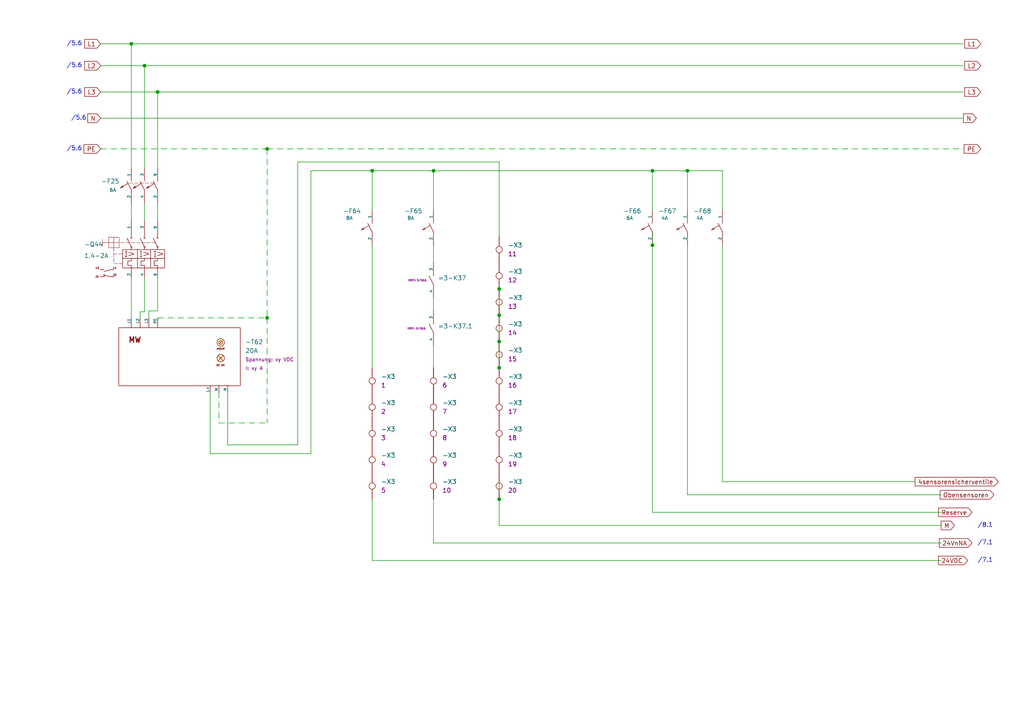
<source format=kicad_sch>
(kicad_sch (version 20250114) (generator "eeschema") (generator_version "9.0")
  (paper "A4")
  (title_block (comment 4 "1"))
  (lib_symbols
    (symbol "Verbinder_Standart_einfach_(X)_1" (pin_numbers (hide yes)) (pin_names (offset 0))
      (property "Reference" "-X" (at -4.572 2.794 0))
      (property "Nummer" "x" (at 3.048 3.048 0))
      (symbol "Verbinder_Standart_einfach_(X)_1_0_1"
        (polyline (pts (xy 0 1.27) (xy 0 1.016)))
        (circle (center 0 0) (radius 0.9158))
        (polyline (pts (xy 0 -1.27) (xy 0 -1.016)))
      )
      (symbol "Verbinder_Standart_einfach_(X)_1_1_1"
        (pin passive line (at 0 3.81 270) (length 2.54) (name "") (number ""))
        (pin passive line (at 0 -3.81 90) (length 2.54) (name "") (number ""))
      )
    )
    (symbol "Verbinder_Standart_einfach_(X)_10" (pin_numbers (hide yes)) (pin_names (offset 0))
      (property "Reference" "-X" (at -4.572 2.794 0))
      (property "Nummer" "x" (at 3.048 3.048 0))
      (symbol "Verbinder_Standart_einfach_(X)_10_0_1"
        (polyline (pts (xy 0 1.27) (xy 0 1.016)))
        (circle (center 0 0) (radius 0.9158))
        (polyline (pts (xy 0 -1.27) (xy 0 -1.016)))
      )
      (symbol "Verbinder_Standart_einfach_(X)_10_1_1"
        (pin passive line (at 0 3.81 270) (length 2.54) (name "") (number ""))
        (pin passive line (at 0 -3.81 90) (length 2.54) (name "") (number ""))
      )
    )
    (symbol "Verbinder_Standart_einfach_(X)_11" (pin_numbers (hide yes)) (pin_names (offset 0))
      (property "Reference" "-X" (at -4.572 2.794 0))
      (property "Nummer" "x" (at 3.048 3.048 0))
      (symbol "Verbinder_Standart_einfach_(X)_11_0_1"
        (polyline (pts (xy 0 1.27) (xy 0 1.016)))
        (circle (center 0 0) (radius 0.9158))
        (polyline (pts (xy 0 -1.27) (xy 0 -1.016)))
      )
      (symbol "Verbinder_Standart_einfach_(X)_11_1_1"
        (pin passive line (at 0 3.81 270) (length 2.54) (name "") (number ""))
        (pin passive line (at 0 -3.81 90) (length 2.54) (name "") (number ""))
      )
    )
    (symbol "Verbinder_Standart_einfach_(X)_12" (pin_numbers (hide yes)) (pin_names (offset 0))
      (property "Reference" "-X" (at -4.572 2.794 0))
      (property "Nummer" "x" (at 3.048 3.048 0))
      (symbol "Verbinder_Standart_einfach_(X)_12_0_1"
        (polyline (pts (xy 0 1.27) (xy 0 1.016)))
        (circle (center 0 0) (radius 0.9158))
        (polyline (pts (xy 0 -1.27) (xy 0 -1.016)))
      )
      (symbol "Verbinder_Standart_einfach_(X)_12_1_1"
        (pin passive line (at 0 3.81 270) (length 2.54) (name "") (number ""))
        (pin passive line (at 0 -3.81 90) (length 2.54) (name "") (number ""))
      )
    )
    (symbol "Verbinder_Standart_einfach_(X)_13" (pin_numbers (hide yes)) (pin_names (offset 0))
      (property "Reference" "-X" (at -4.572 2.794 0))
      (property "Nummer" "x" (at 3.048 3.048 0))
      (symbol "Verbinder_Standart_einfach_(X)_13_0_1"
        (polyline (pts (xy 0 1.27) (xy 0 1.016)))
        (circle (center 0 0) (radius 0.9158))
        (polyline (pts (xy 0 -1.27) (xy 0 -1.016)))
      )
      (symbol "Verbinder_Standart_einfach_(X)_13_1_1"
        (pin passive line (at 0 3.81 270) (length 2.54) (name "") (number ""))
        (pin passive line (at 0 -3.81 90) (length 2.54) (name "") (number ""))
      )
    )
    (symbol "Verbinder_Standart_einfach_(X)_14" (pin_numbers (hide yes)) (pin_names (offset 0))
      (property "Reference" "-X" (at -4.572 2.794 0))
      (property "Nummer" "x" (at 3.048 3.048 0))
      (symbol "Verbinder_Standart_einfach_(X)_14_0_1"
        (polyline (pts (xy 0 1.27) (xy 0 1.016)))
        (circle (center 0 0) (radius 0.9158))
        (polyline (pts (xy 0 -1.27) (xy 0 -1.016)))
      )
      (symbol "Verbinder_Standart_einfach_(X)_14_1_1"
        (pin passive line (at 0 3.81 270) (length 2.54) (name "") (number ""))
        (pin passive line (at 0 -3.81 90) (length 2.54) (name "") (number ""))
      )
    )
    (symbol "Verbinder_Standart_einfach_(X)_15" (pin_numbers (hide yes)) (pin_names (offset 0))
      (property "Reference" "-X" (at -4.572 2.794 0))
      (property "Nummer" "x" (at 3.048 3.048 0))
      (symbol "Verbinder_Standart_einfach_(X)_15_0_1"
        (polyline (pts (xy 0 1.27) (xy 0 1.016)))
        (circle (center 0 0) (radius 0.9158))
        (polyline (pts (xy 0 -1.27) (xy 0 -1.016)))
      )
      (symbol "Verbinder_Standart_einfach_(X)_15_1_1"
        (pin passive line (at 0 3.81 270) (length 2.54) (name "") (number ""))
        (pin passive line (at 0 -3.81 90) (length 2.54) (name "") (number ""))
      )
    )
    (symbol "Verbinder_Standart_einfach_(X)_16" (pin_numbers (hide yes)) (pin_names (offset 0))
      (property "Reference" "-X" (at -4.572 2.794 0))
      (property "Nummer" "x" (at 3.048 3.048 0))
      (symbol "Verbinder_Standart_einfach_(X)_16_0_1"
        (polyline (pts (xy 0 1.27) (xy 0 1.016)))
        (circle (center 0 0) (radius 0.9158))
        (polyline (pts (xy 0 -1.27) (xy 0 -1.016)))
      )
      (symbol "Verbinder_Standart_einfach_(X)_16_1_1"
        (pin passive line (at 0 3.81 270) (length 2.54) (name "") (number ""))
        (pin passive line (at 0 -3.81 90) (length 2.54) (name "") (number ""))
      )
    )
    (symbol "Verbinder_Standart_einfach_(X)_17" (pin_numbers (hide yes)) (pin_names (offset 0))
      (property "Reference" "-X" (at -4.572 2.794 0))
      (property "Nummer" "x" (at 3.048 3.048 0))
      (symbol "Verbinder_Standart_einfach_(X)_17_0_1"
        (polyline (pts (xy 0 1.27) (xy 0 1.016)))
        (circle (center 0 0) (radius 0.9158))
        (polyline (pts (xy 0 -1.27) (xy 0 -1.016)))
      )
      (symbol "Verbinder_Standart_einfach_(X)_17_1_1"
        (pin passive line (at 0 3.81 270) (length 2.54) (name "") (number ""))
        (pin passive line (at 0 -3.81 90) (length 2.54) (name "") (number ""))
      )
    )
    (symbol "Verbinder_Standart_einfach_(X)_18" (pin_numbers (hide yes)) (pin_names (offset 0))
      (property "Reference" "-X" (at -4.572 2.794 0))
      (property "Nummer" "x" (at 3.048 3.048 0))
      (symbol "Verbinder_Standart_einfach_(X)_18_0_1"
        (polyline (pts (xy 0 1.27) (xy 0 1.016)))
        (circle (center 0 0) (radius 0.9158))
        (polyline (pts (xy 0 -1.27) (xy 0 -1.016)))
      )
      (symbol "Verbinder_Standart_einfach_(X)_18_1_1"
        (pin passive line (at 0 3.81 270) (length 2.54) (name "") (number ""))
        (pin passive line (at 0 -3.81 90) (length 2.54) (name "") (number ""))
      )
    )
    (symbol "Verbinder_Standart_einfach_(X)_19" (pin_numbers (hide yes)) (pin_names (offset 0))
      (property "Reference" "-X" (at -4.572 2.794 0))
      (property "Nummer" "x" (at 3.048 3.048 0))
      (symbol "Verbinder_Standart_einfach_(X)_19_0_1"
        (polyline (pts (xy 0 1.27) (xy 0 1.016)))
        (circle (center 0 0) (radius 0.9158))
        (polyline (pts (xy 0 -1.27) (xy 0 -1.016)))
      )
      (symbol "Verbinder_Standart_einfach_(X)_19_1_1"
        (pin passive line (at 0 3.81 270) (length 2.54) (name "") (number ""))
        (pin passive line (at 0 -3.81 90) (length 2.54) (name "") (number ""))
      )
    )
    (symbol "Verbinder_Standart_einfach_(X)_2" (pin_numbers (hide yes)) (pin_names (offset 0))
      (property "Reference" "-X" (at -4.572 2.794 0))
      (property "Nummer" "x" (at 3.048 3.048 0))
      (symbol "Verbinder_Standart_einfach_(X)_2_0_1"
        (polyline (pts (xy 0 1.27) (xy 0 1.016)))
        (circle (center 0 0) (radius 0.9158))
        (polyline (pts (xy 0 -1.27) (xy 0 -1.016)))
      )
      (symbol "Verbinder_Standart_einfach_(X)_2_1_1"
        (pin passive line (at 0 3.81 270) (length 2.54) (name "") (number ""))
        (pin passive line (at 0 -3.81 90) (length 2.54) (name "") (number ""))
      )
    )
    (symbol "Verbinder_Standart_einfach_(X)_20" (pin_numbers (hide yes)) (pin_names (offset 0))
      (property "Reference" "-X" (at -4.572 2.794 0))
      (property "Nummer" "x" (at 3.048 3.048 0))
      (symbol "Verbinder_Standart_einfach_(X)_20_0_1"
        (polyline (pts (xy 0 1.27) (xy 0 1.016)))
        (circle (center 0 0) (radius 0.9158))
        (polyline (pts (xy 0 -1.27) (xy 0 -1.016)))
      )
      (symbol "Verbinder_Standart_einfach_(X)_20_1_1"
        (pin passive line (at 0 3.81 270) (length 2.54) (name "") (number ""))
        (pin passive line (at 0 -3.81 90) (length 2.54) (name "") (number ""))
      )
    )
    (symbol "Verbinder_Standart_einfach_(X)_21" (pin_numbers (hide yes)) (pin_names (offset 0))
      (property "Reference" "-X" (at -4.572 2.794 0))
      (property "Nummer" "x" (at 3.048 3.048 0))
      (symbol "Verbinder_Standart_einfach_(X)_21_0_1"
        (polyline (pts (xy 0 1.27) (xy 0 1.016)))
        (circle (center 0 0) (radius 0.9158))
        (polyline (pts (xy 0 -1.27) (xy 0 -1.016)))
      )
      (symbol "Verbinder_Standart_einfach_(X)_21_1_1"
        (pin passive line (at 0 3.81 270) (length 2.54) (name "") (number ""))
        (pin passive line (at 0 -3.81 90) (length 2.54) (name "") (number ""))
      )
    )
    (symbol "Verbinder_Standart_einfach_(X)_22" (pin_numbers (hide yes)) (pin_names (offset 0))
      (property "Reference" "-X" (at -4.572 2.794 0))
      (property "Nummer" "x" (at 3.048 3.048 0))
      (symbol "Verbinder_Standart_einfach_(X)_22_0_1"
        (polyline (pts (xy 0 1.27) (xy 0 1.016)))
        (circle (center 0 0) (radius 0.9158))
        (polyline (pts (xy 0 -1.27) (xy 0 -1.016)))
      )
      (symbol "Verbinder_Standart_einfach_(X)_22_1_1"
        (pin passive line (at 0 3.81 270) (length 2.54) (name "") (number ""))
        (pin passive line (at 0 -3.81 90) (length 2.54) (name "") (number ""))
      )
    )
    (symbol "Verbinder_Standart_einfach_(X)_23" (pin_numbers (hide yes)) (pin_names (offset 0))
      (property "Reference" "-X" (at -4.572 2.794 0))
      (property "Nummer" "x" (at 3.048 3.048 0))
      (symbol "Verbinder_Standart_einfach_(X)_23_0_1"
        (polyline (pts (xy 0 1.27) (xy 0 1.016)))
        (circle (center 0 0) (radius 0.9158))
        (polyline (pts (xy 0 -1.27) (xy 0 -1.016)))
      )
      (symbol "Verbinder_Standart_einfach_(X)_23_1_1"
        (pin passive line (at 0 3.81 270) (length 2.54) (name "") (number ""))
        (pin passive line (at 0 -3.81 90) (length 2.54) (name "") (number ""))
      )
    )
    (symbol "Verbinder_Standart_einfach_(X)_24" (pin_numbers (hide yes)) (pin_names (offset 0))
      (property "Reference" "-X" (at -4.572 2.794 0))
      (property "Nummer" "x" (at 3.048 3.048 0))
      (symbol "Verbinder_Standart_einfach_(X)_24_0_1"
        (polyline (pts (xy 0 1.27) (xy 0 1.016)))
        (circle (center 0 0) (radius 0.9158))
        (polyline (pts (xy 0 -1.27) (xy 0 -1.016)))
      )
      (symbol "Verbinder_Standart_einfach_(X)_24_1_1"
        (pin passive line (at 0 3.81 270) (length 2.54) (name "") (number ""))
        (pin passive line (at 0 -3.81 90) (length 2.54) (name "") (number ""))
      )
    )
    (symbol "Verbinder_Standart_einfach_(X)_3" (pin_numbers (hide yes)) (pin_names (offset 0))
      (property "Reference" "-X" (at -4.572 2.794 0))
      (property "Nummer" "x" (at 3.048 3.048 0))
      (symbol "Verbinder_Standart_einfach_(X)_3_0_1"
        (polyline (pts (xy 0 1.27) (xy 0 1.016)))
        (circle (center 0 0) (radius 0.9158))
        (polyline (pts (xy 0 -1.27) (xy 0 -1.016)))
      )
      (symbol "Verbinder_Standart_einfach_(X)_3_1_1"
        (pin passive line (at 0 3.81 270) (length 2.54) (name "") (number ""))
        (pin passive line (at 0 -3.81 90) (length 2.54) (name "") (number ""))
      )
    )
    (symbol "Verbinder_Standart_einfach_(X)_4" (pin_numbers (hide yes)) (pin_names (offset 0))
      (property "Reference" "-X" (at -4.572 2.794 0))
      (property "Nummer" "x" (at 3.048 3.048 0))
      (symbol "Verbinder_Standart_einfach_(X)_4_0_1"
        (polyline (pts (xy 0 1.27) (xy 0 1.016)))
        (circle (center 0 0) (radius 0.9158))
        (polyline (pts (xy 0 -1.27) (xy 0 -1.016)))
      )
      (symbol "Verbinder_Standart_einfach_(X)_4_1_1"
        (pin passive line (at 0 3.81 270) (length 2.54) (name "") (number ""))
        (pin passive line (at 0 -3.81 90) (length 2.54) (name "") (number ""))
      )
    )
    (symbol "devices:Power-Supply_allpolig_(T)" (pin_numbers (hide yes)) (pin_names (offset 0)) (on_board no)
      (property "Reference" "-T" (at -21.082 9.652 0))
      (property "Spannung" "xy VDC" (at -8.382 -2.286 0) (show_name))
      (property "I" "xy A" (at -12.7 -4.064 0) (show_name))
      (symbol "Power-Supply_allpolig_(T)_0_1"
        (rectangle (start -17.6212 8.5724) (end 17.6213 -8.2549))
        (polyline (pts (xy -13.97 9.652) (xy -13.97 8.636)))
        (polyline (pts (xy -11.43 9.652) (xy -11.43 8.636)))
        (polyline (pts (xy -8.89 9.652) (xy -8.89 8.636)))
        (polyline (pts (xy -6.35 9.652) (xy -6.35 8.636)))
      )
      (symbol "Power-Supply_allpolig_(T)_1_1"
        (polyline (pts (xy 11.176 0.508) (xy 12.7 -1.016)))
        (polyline (pts (xy 11.176 -1.016) (xy 12.7 0.508)))
        (polyline (pts (xy 11.684 4.064) (xy 12.192 4.572)))
        (circle (center 11.938 4.318) (radius 0.568))
        (circle (center 11.938 4.318) (radius 1.0776) (fill (type background)))
        (circle (center 11.938 -0.254) (radius 1.0776) (fill (type background)))
        (text "MW" (at -12.954 5.08 0) (effects (font (size 1.524 1.524) (thickness 0.3048) (bold yes))))
        (text "adjust" (at 11.938 2.54 0) (effects (font (size 0.508 0.508))))
        (text "DC OK" (at 11.938 -2.286 0) (effects (font (size 0.508 0.508))))
        (pin passive line (at -13.97 11.43 270) (length 1.778) (name "L1") (number "L1"))
        (pin passive line (at -11.43 11.43 270) (length 1.778) (name "L2") (number "L2"))
        (pin passive line (at -8.89 11.43 270) (length 1.778) (name "L3") (number "L3"))
        (pin passive line (at -6.35 11.43 270) (length 1.778) (name "PE") (number "PE"))
        (pin passive line (at 8.89 -10.16 90) (length 1.778) (name "L+") (number "L+"))
        (pin passive line (at 11.43 -10.16 90) (length 1.778) (name "M") (number "M"))
        (pin passive line (at 13.97 -10.16 90) (length 1.778) (name "M") (number "M"))
      )
    )
    (symbol "standart:Relais_(K)_NO" (pin_numbers (hide yes)) (pin_names (offset 0))
      (property "Reference" "-K" (at -4.318 4.318 0))
      (symbol "Relais_(K)_NO_0_1"
        (polyline (pts (xy 0 1.27) (xy 0 1.27)))
        (polyline (pts (xy 0 -1.27) (xy -1.27 1.27)))
      )
      (symbol "Relais_(K)_NO_1_1"
        (pin passive line (at 0 5.08 270) (length 3.81) (name "3") (number "3"))
        (pin passive line (at 0 -5.08 90) (length 3.81) (name "4") (number "4"))
      )
    )
    (symbol "standart:Schalter_LS_(F)" (pin_numbers (hide yes)) (pin_names (offset 0))
      (property "Reference" "-F" (at -5.842 3.556 0))
      (property "Value" "A" (at -6.604 1.524 0))
      (symbol "Schalter_LS_(F)_0_1"
        (polyline (pts (xy -3.1577 -1.8949) (xy -3.1577 -1.8949)))
        (polyline (pts (xy 0 0) (xy 0 0)))
        (polyline (pts (xy 0 -2.54) (xy -1.27 0)))
      )
      (symbol "Schalter_LS_(F)_1_1"
        (polyline (pts (xy -3.175 -1.905) (xy -2.54 -1.27)) (stroke (width 0.127)))
        (polyline (pts (xy -3.175 -1.905) (xy -2.3014 -1.67)) (stroke (width 0.127)))
        (polyline (pts (xy -0.9505 -0.6011) (xy -3.175 -1.905)) (stroke (width 0.127)))
        (pin passive line (at 0 3.81 270) (length 3.81) (name "1") (number "1"))
        (pin passive line (at 0 -6.35 90) (length 3.81) (name "2") (number "2"))
      )
    )
    (symbol "standart:Schalter_LS_allpolig_(F)" (pin_numbers (hide yes)) (pin_names (offset 0))
      (property "Reference" "-F" (at -5.842 3.556 0))
      (property "Value" "A" (at -6.604 1.524 0))
      (symbol "Schalter_LS_allpolig_(F)_0_1"
        (polyline (pts (xy -3.175 -1.905) (xy -2.54 -1.27)))
        (polyline (pts (xy -3.175 -1.905) (xy -2.3014 -1.67)))
        (polyline (pts (xy -3.1577 -1.8949) (xy -3.1577 -1.8949)))
        (polyline (pts (xy -0.9505 -0.6011) (xy -3.175 -1.905)))
        (polyline (pts (xy 0 0) (xy 0 0)))
        (polyline (pts (xy 0 -2.54) (xy -1.27 0)))
        (polyline (pts (xy 0.508 -2.032) (xy 1.143 -1.397)))
        (polyline (pts (xy 0.508 -2.032) (xy 1.3816 -1.797)))
        (polyline (pts (xy 0.5253 -2.0219) (xy 0.5253 -2.0219)))
        (polyline (pts (xy 2.7325 -0.7281) (xy 0.508 -2.032)))
        (polyline (pts (xy 3.81 0) (xy 3.81 0)))
        (polyline (pts (xy 3.81 -2.54) (xy 2.54 0)))
        (polyline (pts (xy 4.318 -2.032) (xy 4.953 -1.397)))
        (polyline (pts (xy 4.318 -2.032) (xy 5.1916 -1.797)))
        (polyline (pts (xy 4.3353 -2.0219) (xy 4.3353 -2.0219)))
        (polyline (pts (xy 6.5425 -0.7281) (xy 4.318 -2.032)))
        (polyline (pts (xy 7.62 0) (xy 7.62 0)))
        (polyline (pts (xy 7.62 -2.54) (xy 6.35 0)))
      )
      (symbol "Schalter_LS_allpolig_(F)_1_1"
        (polyline (pts (xy 6.604 -0.508) (xy -1.016 -0.508)) (stroke (width 0.1016) (type dash)))
        (pin passive line (at 0 3.81 270) (length 3.81) (name "1") (number "1"))
        (pin passive line (at 0 -6.35 90) (length 3.81) (name "2") (number "2"))
        (pin passive line (at 3.81 3.81 270) (length 3.81) (name "3") (number "3"))
        (pin passive line (at 3.81 -6.35 90) (length 3.81) (name "4") (number "4"))
        (pin passive line (at 7.62 3.81 270) (length 3.81) (name "5") (number "5"))
        (pin passive line (at 7.62 -6.35 90) (length 3.81) (name "2") (number "2"))
      )
    )
    (symbol "standart:Schalter_MS_(Q)_1-6" (pin_numbers (hide yes)) (pin_names (offset 0))
      (property "Reference" "-Q" (at -10.16 8.128 0))
      (symbol "Schalter_MS_(Q)_1-6_0_1"
        (polyline (pts (xy -12.954 -6.096) (xy -11.684 -6.096) (xy -11.684 -5.334)))
        (polyline (pts (xy -11.938 -5.588) (xy -9.906 -6.096)))
        (polyline (pts (xy -11.684 -4.064) (xy -12.954 -4.064)))
        (polyline (pts (xy -9.906 -6.096) (xy -8.89 -6.096)))
        (polyline (pts (xy -8.89 -4.064) (xy -9.906 -4.064) (xy -11.684 -4.572)))
        (rectangle (start -6.35 1.778) (end 5.842 -3.556))
        (polyline (pts (xy -5.588 1.27) (xy -5.08 1.27)))
        (polyline (pts (xy -5.588 -0.254) (xy -5.08 -0.254)))
        (polyline (pts (xy -5.334 1.27) (xy -5.334 -0.254)))
        (polyline (pts (xy -4.572 1.016) (xy -3.048 0.508) (xy -4.572 0)))
        (polyline (pts (xy -4.064 5.08) (xy -3.556 5.08)))
        (polyline (pts (xy -4.064 2.54) (xy -3.556 2.54)))
        (polyline (pts (xy -3.81 6.35) (xy -3.81 5.08)))
        (polyline (pts (xy -3.81 5.08) (xy -3.81 5.08)))
        (polyline (pts (xy -3.81 2.54) (xy -5.08 5.08)))
        (polyline (pts (xy -3.81 2.54) (xy -3.81 1.778)))
        (polyline (pts (xy -3.81 -0.762) (xy -3.81 -1.524) (xy -4.826 -1.524) (xy -4.826 -2.794) (xy -3.81 -2.794) (xy -3.81 -3.556)))
        (polyline (pts (xy -3.81 -4.572) (xy -3.81 -3.556)))
        (polyline (pts (xy -2.032 1.778) (xy -2.032 -3.556)))
        (polyline (pts (xy -1.27 1.27) (xy -0.762 1.27)))
        (polyline (pts (xy -1.27 -0.254) (xy -0.762 -0.254)))
        (polyline (pts (xy -1.016 1.27) (xy -1.016 -0.254)))
        (polyline (pts (xy -0.254 5.08) (xy 0.254 5.08)))
        (polyline (pts (xy -0.254 2.54) (xy 0.254 2.54)))
        (polyline (pts (xy -0.254 1.016) (xy 1.27 0.508) (xy -0.254 0)))
        (polyline (pts (xy 0 6.35) (xy 0 5.08)))
        (polyline (pts (xy 0 5.08) (xy 0 5.08)))
        (polyline (pts (xy 0 2.54) (xy -1.27 5.08)))
        (polyline (pts (xy 0 2.54) (xy 0 1.778)))
        (polyline (pts (xy 0 -0.762) (xy 0 -1.524) (xy -1.016 -1.524) (xy -1.016 -2.794) (xy 0 -2.794) (xy 0 -3.556)))
        (polyline (pts (xy 0 -3.556) (xy 0 -4.572)))
        (polyline (pts (xy 1.778 1.651) (xy 1.778 -3.556)))
        (polyline (pts (xy 2.794 1.27) (xy 3.302 1.27)))
        (polyline (pts (xy 2.794 -0.254) (xy 3.302 -0.254)))
        (polyline (pts (xy 3.048 1.27) (xy 3.048 -0.254)))
        (polyline (pts (xy 3.556 5.08) (xy 4.064 5.08)))
        (polyline (pts (xy 3.556 2.54) (xy 4.064 2.54)))
        (polyline (pts (xy 3.81 6.35) (xy 3.81 5.08)))
        (polyline (pts (xy 3.81 5.08) (xy 3.81 5.08)))
        (polyline (pts (xy 3.81 2.54) (xy 2.54 5.08)))
        (polyline (pts (xy 3.81 2.54) (xy 3.81 1.778)))
        (polyline (pts (xy 3.81 1.016) (xy 5.334 0.508) (xy 3.81 0)))
        (polyline (pts (xy 3.81 -0.762) (xy 3.81 -1.524) (xy 2.794 -1.524) (xy 2.794 -2.794) (xy 3.81 -2.794) (xy 3.81 -3.556)))
        (polyline (pts (xy 3.81 -3.556) (xy 3.81 -4.572)))
        (polyline (pts (xy 5.842 -0.762) (xy -6.35 -0.762)))
      )
      (symbol "Schalter_MS_(Q)_1-6_1_1"
        (polyline (pts (xy -12.192 3.81) (xy -12.192 2.794)) (stroke (width 0.1016)))
        (rectangle (start -10.414 5.334) (end -7.366 2.286) (stroke (width 0.1016)))
        (polyline (pts (xy -8.89 2.286) (xy -8.89 5.334)) (stroke (width 0.1016)))
        (polyline (pts (xy -8.89 2.286) (xy -8.89 -2.286) (xy -6.35 -2.286)) (stroke (width 0.1016) (type dash)))
        (polyline (pts (xy -7.366 3.81) (xy -12.192 3.81) (xy -12.192 4.826)) (stroke (width 0.1016)))
        (polyline (pts (xy -6.35 0.508) (xy -8.89 0.508)) (stroke (width 0.1016) (type dash)))
        (polyline (pts (xy 3.302 3.81) (xy -7.112 3.81)) (stroke (width 0.1016) (type dash)))
        (text "13" (at -13.716 -3.556 0) (effects (font (size 0.508 0.508))))
        (text "21" (at -13.716 -6.096 0) (effects (font (size 0.508 0.508))))
        (text "14" (at -8.636 -3.556 0) (effects (font (size 0.508 0.508))))
        (text "22" (at -8.636 -5.588 0) (effects (font (size 0.508 0.508))))
        (pin passive line (at -3.81 10.16 270) (length 3.81) (name "1") (number "1"))
        (pin passive line (at -3.81 -6.35 90) (length 1.778) (name "2") (number "2"))
        (pin passive line (at 0 10.16 270) (length 3.81) (name "3") (number "3"))
        (pin passive line (at 0 -6.35 90) (length 1.778) (name "4") (number "4"))
        (pin passive line (at 3.81 10.16 270) (length 3.81) (name "5") (number "5"))
        (pin passive line (at 3.81 -6.35 90) (length 1.778) (name "6") (number "6"))
      )
    )
    (symbol "standart:Verbinder_Standart_einfach_(X)" (pin_numbers (hide yes)) (pin_names (offset 0))
      (property "Reference" "-X" (at -4.572 2.794 0))
      (property "Nummer" "x" (at 3.048 3.048 0))
      (symbol "Verbinder_Standart_einfach_(X)_0_1"
        (polyline (pts (xy 0 1.27) (xy 0 1.016)))
        (circle (center 0 0) (radius 0.9158))
        (polyline (pts (xy 0 -1.27) (xy 0 -1.016)))
      )
      (symbol "Verbinder_Standart_einfach_(X)_1_1"
        (pin passive line (at 0 3.81 270) (length 2.54) (name "") (number ""))
        (pin passive line (at 0 -3.81 90) (length 2.54) (name "") (number ""))
      )
    )
  )
  (text "/7.1" (at 285.75 157.48 0) (effects (font (size 1.27 1.27))))
  (text "/5.6" (at 22.86 34.29 0) (effects (font (size 1.27 1.27))))
  (text "/8.1\n" (at 285.75 152.4 0) (effects (font (size 1.27 1.27))))
  (text "/5.6" (at 21.59 19.05 0) (effects (font (size 1.27 1.27))))
  (text "/5.6" (at 21.59 26.67 0) (effects (font (size 1.27 1.27))))
  (text "/5.6" (at 21.59 12.7 0) (effects (font (size 1.27 1.27))))
  (text "/5.6" (at 21.59 43.18 0) (effects (font (size 1.27 1.27))))
  (text "/7.1" (at 285.75 162.56 0) (effects (font (size 1.27 1.27))))
  (junction (at 77.47 43.18))
  (junction (at 144.78 106.68))
  (junction (at 189.23 71.12))
  (junction (at 144.78 144.78))
  (junction (at 189.23 49.53))
  (junction (at 144.78 91.44))
  (junction (at 144.78 83.82))
  (junction (at 38.1 12.7))
  (junction (at 144.78 99.06))
  (junction (at 199.39 49.53))
  (junction (at 125.73 49.53))
  (junction (at 77.47 92.202))
  (junction (at 45.72 26.67))
  (junction (at 41.91 19.05))
  (junction (at 107.95 49.53))
  (wire (pts (xy 45.72 26.67) (xy 45.72 48.768)))
  (wire (pts (xy 189.23 148.59) (xy 273.05 148.59)))
  (wire (pts (xy 107.95 49.53) (xy 107.95 60.96)))
  (wire (pts (xy 43.18 90.17) (xy 45.72 90.17)))
  (wire (pts (xy 45.72 92.202) (xy 77.47 92.202)) (stroke (width 0) (type dash_dot)))
  (wire (pts (xy 29.21 12.7) (xy 38.1 12.7)))
  (wire (pts (xy 90.17 49.53) (xy 90.17 131.572)))
  (wire (pts (xy 209.55 49.53) (xy 209.55 60.96)))
  (wire (pts (xy 86.36 46.99) (xy 144.78 46.99)))
  (wire (pts (xy 199.39 71.12) (xy 199.39 143.51)))
  (wire (pts (xy 45.72 80.518) (xy 45.72 90.17)))
  (wire (pts (xy 77.47 92.202) (xy 77.47 122.682)) (stroke (width 0) (type dash_dot)))
  (wire (pts (xy 189.23 49.53) (xy 189.23 60.96)))
  (wire (pts (xy 66.04 129.032) (xy 86.36 129.032)))
  (wire (pts (xy 38.1 12.7) (xy 279.4 12.7)))
  (wire (pts (xy 40.64 90.424) (xy 41.91 90.424)))
  (wire (pts (xy 60.96 131.572) (xy 90.17 131.572)))
  (wire (pts (xy 107.95 106.68) (xy 107.95 71.12)))
  (wire (pts (xy 41.91 80.518) (xy 41.91 90.424)))
  (wire (pts (xy 29.21 19.05) (xy 41.91 19.05)))
  (wire (pts (xy 144.78 139.7) (xy 144.78 144.78)))
  (wire (pts (xy 29.21 43.18) (xy 77.47 43.18)) (stroke (width 0) (type dash_dot)))
  (wire (pts (xy 144.78 46.99) (xy 144.78 68.58)))
  (wire (pts (xy 144.78 106.68) (xy 144.78 107.95)))
  (wire (pts (xy 77.47 43.18) (xy 279.4 43.18)) (stroke (width 0) (type dash_dot)))
  (wire (pts (xy 77.47 43.18) (xy 77.47 92.202)) (stroke (width 0) (type dash_dot)))
  (wire (pts (xy 144.78 83.82) (xy 144.78 91.44)))
  (wire (pts (xy 125.73 49.53) (xy 125.73 60.96)))
  (wire (pts (xy 29.21 34.29) (xy 279.4 34.29)))
  (wire (pts (xy 144.78 144.78) (xy 144.78 152.4)))
  (wire (pts (xy 107.95 49.53) (xy 125.73 49.53)))
  (wire (pts (xy 63.5 113.792) (xy 63.5 122.682)) (stroke (width 0) (type dash_dot)))
  (wire (pts (xy 209.55 71.12) (xy 209.55 139.7)))
  (wire (pts (xy 66.04 113.792) (xy 66.04 129.032)))
  (wire (pts (xy 125.73 90.17) (xy 125.73 86.36)))
  (wire (pts (xy 189.23 71.12) (xy 189.23 148.59)))
  (wire (pts (xy 209.55 139.7) (xy 265.43 139.7)))
  (wire (pts (xy 125.73 157.48) (xy 273.05 157.48)))
  (wire (pts (xy 38.1 80.518) (xy 38.1 92.202)))
  (wire (pts (xy 125.73 144.78) (xy 125.73 157.48)))
  (wire (pts (xy 41.91 58.928) (xy 41.91 64.008)))
  (wire (pts (xy 38.1 58.928) (xy 38.1 64.008)))
  (wire (pts (xy 86.36 46.99) (xy 86.36 129.032)))
  (wire (pts (xy 199.39 49.53) (xy 199.39 60.96)))
  (wire (pts (xy 63.5 122.682) (xy 77.47 122.682)) (stroke (width 0) (type dash_dot)))
  (wire (pts (xy 107.95 162.56) (xy 273.05 162.56)))
  (wire (pts (xy 144.78 152.4) (xy 273.05 152.4)))
  (wire (pts (xy 144.78 91.44) (xy 144.78 99.06)))
  (wire (pts (xy 41.91 19.05) (xy 41.91 48.768)))
  (wire (pts (xy 189.23 67.31) (xy 189.23 71.12)))
  (wire (pts (xy 41.91 19.05) (xy 279.4 19.05)))
  (wire (pts (xy 38.1 12.7) (xy 38.1 48.768)))
  (wire (pts (xy 45.72 58.928) (xy 45.72 64.008)))
  (wire (pts (xy 43.18 90.17) (xy 43.18 92.202)))
  (wire (pts (xy 144.78 99.06) (xy 144.78 106.68)))
  (wire (pts (xy 125.73 100.33) (xy 125.73 106.68)))
  (wire (pts (xy 40.64 90.424) (xy 40.64 92.202)))
  (wire (pts (xy 189.23 49.53) (xy 199.39 49.53)))
  (wire (pts (xy 125.73 49.53) (xy 189.23 49.53)))
  (wire (pts (xy 125.73 71.12) (xy 125.73 76.2)))
  (wire (pts (xy 45.72 26.67) (xy 279.4 26.67)))
  (wire (pts (xy 60.96 113.792) (xy 60.96 131.572)))
  (wire (pts (xy 29.21 26.67) (xy 45.72 26.67)))
  (wire (pts (xy 90.17 49.53) (xy 107.95 49.53)))
  (wire (pts (xy 199.39 49.53) (xy 209.55 49.53)))
  (wire (pts (xy 107.95 144.78) (xy 107.95 162.56)))
  (wire (pts (xy 199.39 143.51) (xy 273.05 143.51)))
  (global_label "24VDC" (shape input) (at 280.67 162.56 180) (property "Intersheetrefs" "${INTERSHEET_REFS}" (effects (hide yes))))
  (global_label "Reserve" (shape input) (at 281.94 148.59 180) (property "Intersheetrefs" "${INTERSHEET_REFS}" (effects (hide yes))))
  (global_label "L3" (shape input) (at 29.21 26.67 180) (property "Intersheetrefs" "${INTERSHEET_REFS}" (effects (hide yes))))
  (global_label "24VnNA" (shape input) (at 281.94 157.48 180) (property "Intersheetrefs" "${INTERSHEET_REFS}" (effects (hide yes))))
  (global_label "Obensensoren" (shape input) (at 288.29 143.51 180) (property "Intersheetrefs" "${INTERSHEET_REFS}" (effects (hide yes))))
  (global_label "M" (shape input) (at 276.86 152.4 180) (property "Intersheetrefs" "${INTERSHEET_REFS}" (effects (hide yes))))
  (global_label "L2" (shape input) (at 29.21 19.05 180) (property "Intersheetrefs" "${INTERSHEET_REFS}" (effects (hide yes))))
  (global_label "N" (shape input) (at 29.21 34.29 180) (property "Intersheetrefs" "${INTERSHEET_REFS}" (effects (hide yes))))
  (global_label "4sensorensicherventile" (shape input) (at 289.56 139.7 180) (property "Intersheetrefs" "${INTERSHEET_REFS}" (effects (hide yes))))
  (global_label "PE" (shape input) (at 29.21 43.18 180) (property "Intersheetrefs" "${INTERSHEET_REFS}" (effects (hide yes))))
  (global_label "L3" (shape input) (at 284.48 26.67 180) (property "Intersheetrefs" "${INTERSHEET_REFS}" (effects (hide yes))))
  (global_label "N" (shape input) (at 283.21 34.29 180) (property "Intersheetrefs" "${INTERSHEET_REFS}" (effects (hide yes))))
  (global_label "L2" (shape input) (at 284.48 19.05 180) (property "Intersheetrefs" "${INTERSHEET_REFS}" (effects (hide yes))))
  (global_label "PE" (shape input) (at 284.48 43.18 180) (property "Intersheetrefs" "${INTERSHEET_REFS}" (effects (hide yes))))
  (global_label "L1" (shape input) (at 284.48 12.7 180) (property "Intersheetrefs" "${INTERSHEET_REFS}" (effects (hide yes))))
  (global_label "L1" (shape input) (at 29.21 12.7 180) (property "Intersheetrefs" "${INTERSHEET_REFS}" (effects (hide yes))))
  (symbol (lib_id "devices:Power-Supply_allpolig_(T)") (at 52.07 103.632 0) (unit 1) (on_board no)
    (property "Reference" "-T62" (at 71.12 99.1869 0) (effects (justify left)))
    (property "Value" "20A" (at 71.12 101.7269 0) (effects (justify left)))
    (property "Description" "Netztrafo" (effects (hide yes)))
    (property "Spannung" "xy VDC" (at 71.12 104.2669 0) (show_name yes) (effects (font (size 1.016 1.016)) (justify left)))
    (property "I" "xy A" (at 71.12 106.8069 0) (show_name yes) (effects (font (size 1.016 1.016)) (justify left)))
  )
  (symbol (lib_name "Verbinder_Standart_einfach_(X)_4") (lib_id "standart:Verbinder_Standart_einfach_(X)") (at 107.95 140.97 0) (unit 1)
    (property "Reference" "-X3" (at 110.49 139.6999 0) (effects (justify left)))
    (property "Nummer" "5" (at 110.49 142.2399 0) (effects (justify left)))
  )
  (symbol (lib_name "Verbinder_Standart_einfach_(X)_11") (lib_id "standart:Verbinder_Standart_einfach_(X)") (at 125.73 118.11 0) (unit 1)
    (property "Reference" "-X3" (at 128.27 116.8399 0) (effects (justify left)))
    (property "Nummer" "7" (at 128.27 119.3799 0) (effects (justify left)))
  )
  (symbol (lib_id "standart:Schalter_LS_allpolig_(F)") (at 38.1 52.578 0) (unit 1)
    (property "Reference" "-F25" (at 32.004 52.578 0))
    (property "Value" "6A" (at 32.766 55.118 0) (effects (font (size 1.016 1.016))))
  )
  (symbol (lib_id "standart:Relais_(K)_NO") (at 125.73 95.25 0) (unit 1)
    (property "Reference" "=3-K37.1" (at 127 94.6149 0) (effects (justify left)))
    (property "XREF" "3/10.5" (at 118.11 95.25 0) (show_name yes) (effects (font (size 0.508 0.508)) (justify left)))
  )
  (symbol (lib_name "Verbinder_Standart_einfach_(X)_13") (lib_id "standart:Verbinder_Standart_einfach_(X)") (at 125.73 133.35 0) (unit 1)
    (property "Reference" "-X3" (at 128.27 132.0799 0) (effects (justify left)))
    (property "Nummer" "9" (at 128.27 134.6199 0) (effects (justify left)))
  )
  (symbol (lib_name "Verbinder_Standart_einfach_(X)_12") (lib_id "standart:Verbinder_Standart_einfach_(X)") (at 125.73 125.73 0) (unit 1)
    (property "Reference" "-X3" (at 128.27 124.4599 0) (effects (justify left)))
    (property "Nummer" "8" (at 128.27 126.9999 0) (effects (justify left)))
  )
  (symbol (lib_name "Verbinder_Standart_einfach_(X)_21") (lib_id "standart:Verbinder_Standart_einfach_(X)") (at 144.78 72.39 0) (unit 1)
    (property "Reference" "-X3" (at 147.32 71.1199 0) (effects (justify left)))
    (property "Nummer" "11" (at 147.32 73.6599 0) (effects (justify left)))
  )
  (symbol (lib_name "Verbinder_Standart_einfach_(X)_19") (lib_id "standart:Verbinder_Standart_einfach_(X)") (at 144.78 140.97 0) (unit 1)
    (property "Reference" "-X3" (at 147.32 139.6999 0) (effects (justify left)))
    (property "Nummer" "20" (at 147.32 142.2399 0) (effects (justify left)))
  )
  (symbol (lib_name "Verbinder_Standart_einfach_(X)_16") (lib_id "standart:Verbinder_Standart_einfach_(X)") (at 144.78 110.49 0) (unit 1)
    (property "Reference" "-X3" (at 147.32 109.2199 0) (effects (justify left)))
    (property "Nummer" "16" (at 147.32 111.7599 0) (effects (justify left)))
  )
  (symbol (lib_id "standart:Schalter_LS_(F)") (at 199.39 64.77 0) (unit 1)
    (property "Reference" "-F67" (at 193.548 61.214 0))
    (property "Value" "4A" (at 192.786 63.246 0) (effects (font (size 1.016 1.016))))
  )
  (symbol (lib_id "standart:Schalter_LS_(F)") (at 125.73 64.77 0) (unit 1)
    (property "Reference" "-F65" (at 119.888 61.214 0))
    (property "Value" "8A" (at 119.126 63.246 0) (effects (font (size 1.016 1.016))))
  )
  (symbol (lib_id "standart:Relais_(K)_NO") (at 125.73 81.28 0) (unit 1)
    (property "Reference" "=3-K37" (at 127 80.6449 0) (effects (justify left)))
    (property "XREF" "3/10.5" (at 118.364 81.28 0) (show_name yes) (effects (font (size 0.508 0.508)) (justify left)))
  )
  (symbol (lib_name "Verbinder_Standart_einfach_(X)_22") (lib_id "standart:Verbinder_Standart_einfach_(X)") (at 144.78 87.63 0) (unit 1)
    (property "Reference" "-X3" (at 147.32 86.3599 0) (effects (justify left)))
    (property "Nummer" "13" (at 147.32 88.8999 0) (effects (justify left)))
  )
  (symbol (lib_name "Verbinder_Standart_einfach_(X)_15") (lib_id "standart:Verbinder_Standart_einfach_(X)") (at 144.78 118.11 0) (unit 1)
    (property "Reference" "-X3" (at 147.32 116.8399 0) (effects (justify left)))
    (property "Nummer" "17" (at 147.32 119.3799 0) (effects (justify left)))
  )
  (symbol (lib_name "Verbinder_Standart_einfach_(X)_1") (lib_id "standart:Verbinder_Standart_einfach_(X)") (at 107.95 118.11 0) (unit 1)
    (property "Reference" "-X3" (at 110.49 116.8399 0) (effects (justify left)))
    (property "Nummer" "2" (at 110.49 119.3799 0) (effects (justify left)))
  )
  (symbol (lib_name "Verbinder_Standart_einfach_(X)_2") (lib_id "standart:Verbinder_Standart_einfach_(X)") (at 107.95 125.73 0) (unit 1)
    (property "Reference" "-X3" (at 110.49 124.4599 0) (effects (justify left)))
    (property "Nummer" "3" (at 110.49 126.9999 0) (effects (justify left)))
  )
  (symbol (lib_id "standart:Verbinder_Standart_einfach_(X)") (at 107.95 110.49 0) (unit 1)
    (property "Reference" "-X3" (at 110.49 109.2199 0) (effects (justify left)))
    (property "Nummer" "1" (at 110.49 111.7599 0) (effects (justify left)))
  )
  (symbol (lib_name "Verbinder_Standart_einfach_(X)_10") (lib_id "standart:Verbinder_Standart_einfach_(X)") (at 125.73 110.49 0) (unit 1)
    (property "Reference" "-X3" (at 128.27 109.2199 0) (effects (justify left)))
    (property "Nummer" "6" (at 128.27 111.7599 0) (effects (justify left)))
  )
  (symbol (lib_id "standart:Schalter_LS_(F)") (at 189.23 64.77 0) (unit 1)
    (property "Reference" "-F66" (at 183.388 61.214 0))
    (property "Value" "6A" (at 182.626 63.246 0) (effects (font (size 1.016 1.016))))
  )
  (symbol (lib_name "Verbinder_Standart_einfach_(X)_24") (lib_id "standart:Verbinder_Standart_einfach_(X)") (at 144.78 102.87 0) (unit 1)
    (property "Reference" "-X3" (at 147.32 101.5999 0) (effects (justify left)))
    (property "Nummer" "15" (at 147.32 104.1399 0) (effects (justify left)))
  )
  (symbol (lib_name "Verbinder_Standart_einfach_(X)_17") (lib_id "standart:Verbinder_Standart_einfach_(X)") (at 144.78 125.73 0) (unit 1)
    (property "Reference" "-X3" (at 147.32 124.4599 0) (effects (justify left)))
    (property "Nummer" "18" (at 147.32 126.9999 0) (effects (justify left)))
  )
  (symbol (lib_id "standart:Schalter_LS_(F)") (at 209.55 64.77 0) (unit 1)
    (property "Reference" "-F68" (at 203.708 61.214 0))
    (property "Value" "4A" (at 202.946 63.246 0) (effects (font (size 1.016 1.016))))
  )
  (symbol (lib_name "Verbinder_Standart_einfach_(X)_18") (lib_id "standart:Verbinder_Standart_einfach_(X)") (at 144.78 133.35 0) (unit 1)
    (property "Reference" "-X3" (at 147.32 132.0799 0) (effects (justify left)))
    (property "Nummer" "19" (at 147.32 134.6199 0) (effects (justify left)))
  )
  (symbol (lib_name "Verbinder_Standart_einfach_(X)_23") (lib_id "standart:Verbinder_Standart_einfach_(X)") (at 144.78 95.25 0) (unit 1)
    (property "Reference" "-X3" (at 147.32 93.9799 0) (effects (justify left)))
    (property "Nummer" "14" (at 147.32 96.5199 0) (effects (justify left)))
  )
  (symbol (lib_name "Verbinder_Standart_einfach_(X)_14") (lib_id "standart:Verbinder_Standart_einfach_(X)") (at 125.73 140.97 0) (unit 1)
    (property "Reference" "-X3" (at 128.27 139.6999 0) (effects (justify left)))
    (property "Nummer" "10" (at 128.27 142.2399 0) (effects (justify left)))
  )
  (symbol (lib_id "standart:Schalter_MS_(Q)_1-6") (at 41.91 74.168 0) (unit 1)
    (property "Reference" "-Q44" (at 24.384 70.866 0) (effects (justify left)))
    (property "Value" "1.4-2A" (at 24.384 74.168 0) (effects (justify left)))
    (property "Description" "Motorschutzschalter" (effects (hide yes)))
  )
  (symbol (lib_id "standart:Schalter_LS_(F)") (at 107.95 64.77 0) (unit 1)
    (property "Reference" "-F64" (at 102.108 61.214 0))
    (property "Value" "8A" (at 101.346 63.246 0) (effects (font (size 1.016 1.016))))
  )
  (symbol (lib_name "Verbinder_Standart_einfach_(X)_20") (lib_id "standart:Verbinder_Standart_einfach_(X)") (at 144.78 80.01 0) (unit 1)
    (property "Reference" "-X3" (at 147.32 78.7399 0) (effects (justify left)))
    (property "Nummer" "12" (at 147.32 81.2799 0) (effects (justify left)))
  )
  (symbol (lib_name "Verbinder_Standart_einfach_(X)_3") (lib_id "standart:Verbinder_Standart_einfach_(X)") (at 107.95 133.35 0) (unit 1)
    (property "Reference" "-X3" (at 110.49 132.0799 0) (effects (justify left)))
    (property "Nummer" "4" (at 110.49 134.6199 0) (effects (justify left)))
  )
)
</source>
